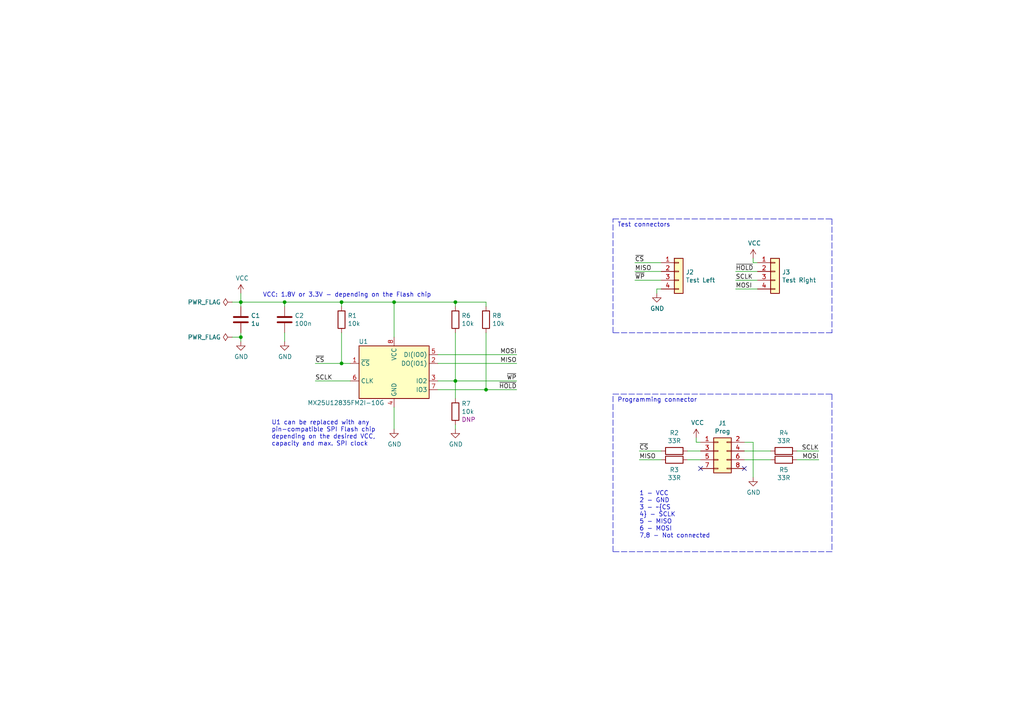
<source format=kicad_sch>
(kicad_sch (version 20211123) (generator eeschema)
  (paper "A4")
  (title_block (title "SPI Flash Breakout") (date "2022-04-03") (rev "A") (company "Michal Potrzebicz"))
  (lib_symbols
    (symbol "Connector_Generic:Conn_01x04" (pin_names (offset 1.016) hide)
      (property "Reference" "J" (at 0 5.08 0))
      (property "Value" "Conn_01x04" (at 0 -7.62 0))
      (symbol "Conn_01x04_1_1"
        (rectangle (start -1.27 -4.953) (end 0 -5.207) (stroke (width 0.1524)))
        (rectangle (start -1.27 -2.413) (end 0 -2.667) (stroke (width 0.1524)))
        (rectangle (start -1.27 0.127) (end 0 -0.127) (stroke (width 0.1524)))
        (rectangle (start -1.27 2.667) (end 0 2.413) (stroke (width 0.1524)))
        (rectangle (start -1.27 3.81) (end 1.27 -6.35) (stroke (width 0.254)) (fill (type background)))
        (pin passive line (at -5.08 2.54 0) (length 3.81) (name "Pin_1") (number "1"))
        (pin passive line (at -5.08 0 0) (length 3.81) (name "Pin_2") (number "2"))
        (pin passive line (at -5.08 -2.54 0) (length 3.81) (name "Pin_3") (number "3"))
        (pin passive line (at -5.08 -5.08 0) (length 3.81) (name "Pin_4") (number "4"))
      )
    )
    (symbol "Connector_Generic:Conn_02x04_Odd_Even" (pin_names (offset 1.016) hide)
      (property "Reference" "J" (at 1.27 5.08 0))
      (property "Value" "Conn_02x04_Odd_Even" (at 1.27 -7.62 0))
      (symbol "Conn_02x04_Odd_Even_1_1"
        (rectangle (start -1.27 -4.953) (end 0 -5.207) (stroke (width 0.1524)))
        (rectangle (start -1.27 -2.413) (end 0 -2.667) (stroke (width 0.1524)))
        (rectangle (start -1.27 0.127) (end 0 -0.127) (stroke (width 0.1524)))
        (rectangle (start -1.27 2.667) (end 0 2.413) (stroke (width 0.1524)))
        (rectangle (start -1.27 3.81) (end 3.81 -6.35) (stroke (width 0.254)) (fill (type background)))
        (rectangle (start 3.81 -4.953) (end 2.54 -5.207) (stroke (width 0.1524)))
        (rectangle (start 3.81 -2.413) (end 2.54 -2.667) (stroke (width 0.1524)))
        (rectangle (start 3.81 0.127) (end 2.54 -0.127) (stroke (width 0.1524)))
        (rectangle (start 3.81 2.667) (end 2.54 2.413) (stroke (width 0.1524)))
        (pin passive line (at -5.08 2.54 0) (length 3.81) (name "Pin_1") (number "1"))
        (pin passive line (at 7.62 2.54 180) (length 3.81) (name "Pin_2") (number "2"))
        (pin passive line (at -5.08 0 0) (length 3.81) (name "Pin_3") (number "3"))
        (pin passive line (at 7.62 0 180) (length 3.81) (name "Pin_4") (number "4"))
        (pin passive line (at -5.08 -2.54 0) (length 3.81) (name "Pin_5") (number "5"))
        (pin passive line (at 7.62 -2.54 180) (length 3.81) (name "Pin_6") (number "6"))
        (pin passive line (at -5.08 -5.08 0) (length 3.81) (name "Pin_7") (number "7"))
        (pin passive line (at 7.62 -5.08 180) (length 3.81) (name "Pin_8") (number "8"))
      )
    )
    (symbol "Device:C" (pin_numbers hide) (pin_names (offset 0.254))
      (property "Reference" "C" (at 0.635 2.54 0))
      (property "Value" "C" (at 0.635 -2.54 0))
      (symbol "C_0_1"
        (polyline (pts (xy -2.032 -0.762) (xy 2.032 -0.762)) (stroke (width 0.508)))
        (polyline (pts (xy -2.032 0.762) (xy 2.032 0.762)) (stroke (width 0.508)))
      )
      (symbol "C_1_1"
        (pin passive line (at 0 3.81 270) (length 2.794) (name "~") (number "1"))
        (pin passive line (at 0 -3.81 90) (length 2.794) (name "~") (number "2"))
      )
    )
    (symbol "Device:R" (pin_numbers hide) (pin_names (offset 0))
      (property "Reference" "R" (at 2.032 0 90))
      (property "Value" "R" (at 0 0 90))
      (symbol "R_0_1"
        (rectangle (start -1.016 -2.54) (end 1.016 2.54) (stroke (width 0.254)))
      )
      (symbol "R_1_1"
        (pin passive line (at 0 3.81 270) (length 1.27) (name "~") (number "1"))
        (pin passive line (at 0 -3.81 90) (length 1.27) (name "~") (number "2"))
      )
    )
    (symbol "Memory_Flash:W25Q128JVS"
      (property "Reference" "U" (at -8.89 8.89 0))
      (property "Value" "W25Q128JVS" (at 7.62 8.89 0))
      (symbol "W25Q128JVS_0_1"
        (rectangle (start -10.16 7.62) (end 10.16 -7.62) (stroke (width 0.254)) (fill (type background)))
      )
      (symbol "W25Q128JVS_1_1"
        (pin input line (at -12.7 2.54 0) (length 2.54) (name "~{CS}") (number "1"))
        (pin bidirectional line (at 12.7 2.54 180) (length 2.54) (name "DO(IO1)") (number "2"))
        (pin bidirectional line (at 12.7 -2.54 180) (length 2.54) (name "IO2") (number "3"))
        (pin power_in line (at 0 -10.16 90) (length 2.54) (name "GND") (number "4"))
        (pin bidirectional line (at 12.7 5.08 180) (length 2.54) (name "DI(IO0)") (number "5"))
        (pin input line (at -12.7 -2.54 0) (length 2.54) (name "CLK") (number "6"))
        (pin bidirectional line (at 12.7 -5.08 180) (length 2.54) (name "IO3") (number "7"))
        (pin power_in line (at 0 10.16 270) (length 2.54) (name "VCC") (number "8"))
      )
    )
    (symbol "power:GND" (power) (pin_names (offset 0))
      (property "Value" "GND" (at 0 -3.81 0))
      (symbol "GND_0_1"
        (polyline (pts (xy 0 0) (xy 0 -1.27) (xy 1.27 -1.27) (xy 0 -2.54) (xy -1.27 -1.27) (xy 0 -1.27)))
      )
      (symbol "GND_1_1"
        (pin power_in line (at 0 0 270) (length 0) hide (name "GND") (number "1"))
      )
    )
    (symbol "power:PWR_FLAG" (power) (pin_numbers hide) (pin_names (offset 0) hide)
      (property "Value" "PWR_FLAG" (at 0 3.81 0))
      (symbol "PWR_FLAG_0_0"
        (pin power_out line (at 0 0 90) (length 0) (name "pwr") (number "1"))
      )
      (symbol "PWR_FLAG_0_1"
        (polyline (pts (xy 0 0) (xy 0 1.27) (xy -1.016 1.905) (xy 0 2.54) (xy 1.016 1.905) (xy 0 1.27)))
      )
    )
    (symbol "power:VCC" (power) (pin_names (offset 0))
      (property "Value" "VCC" (at 0 3.81 0))
      (symbol "VCC_0_1"
        (polyline (pts (xy -0.762 1.27) (xy 0 2.54)))
        (polyline (pts (xy 0 0) (xy 0 2.54)))
        (polyline (pts (xy 0 2.54) (xy 0.762 1.27)))
      )
      (symbol "VCC_1_1"
        (pin power_in line (at 0 0 90) (length 0) hide (name "VCC") (number "1"))
      )
    )
  )
  (junction (at 132.08 87.63))
  (junction (at 69.85 97.79))
  (junction (at 114.3 87.63))
  (junction (at 132.08 110.49))
  (junction (at 140.97 113.03))
  (junction (at 99.06 105.41))
  (junction (at 69.85 87.63))
  (junction (at 82.55 87.63))
  (junction (at 99.06 87.63))
  (no_connect (at 215.9 135.89))
  (no_connect (at 203.2 135.89))
  (wire (pts (xy 140.97 113.03) (xy 140.97 96.52)))
  (wire (pts (xy 99.06 105.41) (xy 99.06 96.52)))
  (wire (pts (xy 140.97 88.9) (xy 140.97 87.63)))
  (wire (pts (xy 82.55 87.63) (xy 99.06 87.63)))
  (wire (pts (xy 101.6 110.49) (xy 91.44 110.49)))
  (wire (pts (xy 114.3 118.11) (xy 114.3 124.46)))
  (polyline (pts (xy 241.3 160.02) (xy 177.8 160.02)))
  (wire (pts (xy 132.08 115.57) (xy 132.08 110.49)))
  (wire (pts (xy 67.31 97.79) (xy 69.85 97.79)))
  (polyline (pts (xy 177.8 114.3) (xy 241.3 114.3)))
  (wire (pts (xy 127 105.41) (xy 149.86 105.41)))
  (wire (pts (xy 231.14 133.35) (xy 237.49 133.35)))
  (wire (pts (xy 69.85 87.63) (xy 82.55 87.63)))
  (wire (pts (xy 69.85 97.79) (xy 69.85 99.06)))
  (wire (pts (xy 191.77 81.28) (xy 184.15 81.28)))
  (wire (pts (xy 231.14 130.81) (xy 237.49 130.81)))
  (polyline (pts (xy 241.3 114.3) (xy 241.3 160.02)))
  (wire (pts (xy 191.77 83.82) (xy 190.5 83.82)))
  (polyline (pts (xy 241.3 96.52) (xy 177.8 96.52)))
  (wire (pts (xy 140.97 87.63) (xy 132.08 87.63)))
  (wire (pts (xy 132.08 88.9) (xy 132.08 87.63)))
  (wire (pts (xy 191.77 133.35) (xy 185.42 133.35)))
  (wire (pts (xy 101.6 105.41) (xy 99.06 105.41)))
  (wire (pts (xy 132.08 110.49) (xy 132.08 96.52)))
  (polyline (pts (xy 177.8 96.52) (xy 177.8 63.5)))
  (wire (pts (xy 201.93 128.27) (xy 201.93 127)))
  (wire (pts (xy 219.71 78.74) (xy 213.36 78.74)))
  (wire (pts (xy 219.71 81.28) (xy 213.36 81.28)))
  (wire (pts (xy 127 113.03) (xy 140.97 113.03)))
  (wire (pts (xy 114.3 87.63) (xy 114.3 97.79)))
  (wire (pts (xy 69.85 88.9) (xy 69.85 87.63)))
  (wire (pts (xy 127 102.87) (xy 149.86 102.87)))
  (wire (pts (xy 127 110.49) (xy 132.08 110.49)))
  (wire (pts (xy 67.31 87.63) (xy 69.85 87.63)))
  (wire (pts (xy 132.08 87.63) (xy 114.3 87.63)))
  (wire (pts (xy 132.08 123.19) (xy 132.08 124.46)))
  (wire (pts (xy 191.77 78.74) (xy 184.15 78.74)))
  (wire (pts (xy 99.06 87.63) (xy 114.3 87.63)))
  (wire (pts (xy 203.2 128.27) (xy 201.93 128.27)))
  (polyline (pts (xy 177.8 63.5) (xy 241.3 63.5)))
  (wire (pts (xy 199.39 133.35) (xy 203.2 133.35)))
  (wire (pts (xy 82.55 96.52) (xy 82.55 99.06)))
  (wire (pts (xy 215.9 133.35) (xy 223.52 133.35)))
  (wire (pts (xy 191.77 130.81) (xy 185.42 130.81)))
  (wire (pts (xy 219.71 76.2) (xy 218.44 76.2)))
  (wire (pts (xy 140.97 113.03) (xy 149.86 113.03)))
  (wire (pts (xy 215.9 130.81) (xy 223.52 130.81)))
  (wire (pts (xy 199.39 130.81) (xy 203.2 130.81)))
  (wire (pts (xy 82.55 88.9) (xy 82.55 87.63)))
  (wire (pts (xy 191.77 76.2) (xy 184.15 76.2)))
  (wire (pts (xy 99.06 88.9) (xy 99.06 87.63)))
  (wire (pts (xy 69.85 85.09) (xy 69.85 87.63)))
  (wire (pts (xy 219.71 83.82) (xy 213.36 83.82)))
  (polyline (pts (xy 177.8 160.02) (xy 177.8 114.3)))
  (wire (pts (xy 215.9 128.27) (xy 218.44 128.27)))
  (wire (pts (xy 69.85 96.52) (xy 69.85 97.79)))
  (wire (pts (xy 218.44 76.2) (xy 218.44 74.93)))
  (wire (pts (xy 132.08 110.49) (xy 149.86 110.49)))
  (polyline (pts (xy 241.3 63.5) (xy 241.3 96.52)))
  (wire (pts (xy 190.5 83.82) (xy 190.5 85.09)))
  (wire (pts (xy 99.06 105.41) (xy 91.44 105.41)))
  (wire (pts (xy 218.44 128.27) (xy 218.44 138.43)))
  (text "U1 can be replaced with any\npin-compatible SPI Flash chip\ndepending on the desired VCC,\ncapacity and max. SPI clock" (at 78.74 129.54 0) (effects (font (size 1.27 1.27)) (justify left bottom)))
  (text "VCC: 1.8V or 3.3V - depending on the Flash chip" (at 76.2 86.36 0) (effects (font (size 1.27 1.27)) (justify left bottom)))
  (text "1 - VCC\n2 - GND\n3 - ~{CS\n4} - SCLK\n5 - MISO\n6 - MOSI\n7,8 - Not connected " (at 185.42 156.21 0) (effects (font (size 1.27 1.27)) (justify left bottom)))
  (text "Test connectors" (at 179.07 66.04 0) (effects (font (size 1.27 1.27)) (justify left bottom)))
  (text "Programming connector" (at 179.07 116.84 0) (effects (font (size 1.27 1.27)) (justify left bottom)))
  (label "SCLK" (at 91.44 110.49 0))
  (label "MOSI" (at 237.49 133.35 180))
  (label "~{CS}" (at 185.42 130.81 0))
  (label "MOSI" (at 213.36 83.82 0))
  (label "~{WP}" (at 184.15 81.28 0))
  (label "MISO" (at 184.15 78.74 0))
  (label "MISO" (at 185.42 133.35 0))
  (label "~{CS}" (at 91.44 105.41 0))
  (label "MISO" (at 149.86 105.41 180))
  (label "~{CS}" (at 184.15 76.2 0))
  (label "SCLK" (at 237.49 130.81 180))
  (label "~{WP}" (at 149.86 110.49 180))
  (label "~{HOLD}" (at 213.36 78.74 0))
  (label "SCLK" (at 213.36 81.28 0))
  (label "~{HOLD}" (at 149.86 113.03 180))
  (label "MOSI" (at 149.86 102.87 180))
  (symbol (lib_id "Memory_Flash:W25Q128JVS") (at 114.3 107.95 0) (unit 1)
    (property "Reference" "U1" (at 105.41 99.06 0))
    (property "Value" "MX25U12835FM2I-10G" (at 100.33 116.84 0))
    (property "Footprint" "Package_SO:SOIC-8_5.23x5.23mm_P1.27mm" (effects hide))
    (property "Datasheet" "http://www.winbond.com/resource-files/w25q128jv_dtr%20revc%2003272018%20plus.pdf" (effects hide))
  )
  (symbol (lib_id "Connector_Generic:Conn_02x04_Odd_Even") (at 208.28 130.81 0) (unit 1)
    (property "Reference" "J1" (at 209.55 122.7582 0))
    (property "Value" "Prog" (at 209.55 125.0696 0))
    (property "Footprint" "Connector_PinHeader_2.54mm:PinHeader_2x04_P2.54mm_Vertical" (effects hide))
  )
  (symbol (lib_id "Device:C") (at 69.85 92.71 0) (unit 1)
    (property "Reference" "C1" (at 72.771 91.5416 0) (effects (justify left)))
    (property "Value" "1u" (at 72.771 93.853 0) (effects (justify left)))
    (property "Footprint" "Capacitor_SMD:C_0603_1608Metric" (effects hide))
  )
  (symbol (lib_id "Device:C") (at 82.55 92.71 0) (unit 1)
    (property "Reference" "C2" (at 85.471 91.5416 0) (effects (justify left)))
    (property "Value" "100n" (at 85.471 93.853 0) (effects (justify left)))
    (property "Footprint" "Capacitor_SMD:C_0603_1608Metric" (effects hide))
  )
  (symbol (lib_id "power:GND") (at 82.55 99.06 0) (unit 1)
    (property "Reference" "#PWR03" (effects hide))
    (property "Value" "GND" (at 82.677 103.4542 0))
  )
  (symbol (lib_id "power:GND") (at 114.3 124.46 0) (unit 1)
    (property "Reference" "#PWR05" (effects hide))
    (property "Value" "GND" (at 114.427 128.8542 0))
  )
  (symbol (lib_id "power:VCC") (at 69.85 85.09 0) (unit 1)
    (property "Reference" "#PWR01" (effects hide))
    (property "Value" "VCC" (at 70.231 80.6958 0))
  )
  (symbol (lib_id "power:GND") (at 69.85 99.06 0) (unit 1)
    (property "Reference" "#PWR02" (effects hide))
    (property "Value" "GND" (at 69.977 103.4542 0))
  )
  (symbol (lib_id "power:VCC") (at 201.93 127 0) (unit 1)
    (property "Reference" "#PWR04" (effects hide))
    (property "Value" "VCC" (at 202.311 122.6058 0))
  )
  (symbol (lib_id "power:GND") (at 218.44 138.43 0) (unit 1)
    (property "Reference" "#PWR06" (effects hide))
    (property "Value" "GND" (at 218.567 142.8242 0))
  )
  (symbol (lib_id "Device:R") (at 99.06 92.71 0) (unit 1)
    (property "Reference" "R1" (at 100.838 91.5416 0) (effects (justify left)))
    (property "Value" "10k" (at 100.838 93.853 0) (effects (justify left)))
    (property "Footprint" "Resistor_SMD:R_0603_1608Metric" (effects hide))
  )
  (symbol (lib_id "Device:R") (at 132.08 92.71 0) (unit 1)
    (property "Reference" "R6" (at 133.858 91.5416 0) (effects (justify left)))
    (property "Value" "10k" (at 133.858 93.853 0) (effects (justify left)))
    (property "Footprint" "Resistor_SMD:R_0603_1608Metric" (effects hide))
  )
  (symbol (lib_id "Device:R") (at 140.97 92.71 0) (unit 1)
    (property "Reference" "R8" (at 142.748 91.5416 0) (effects (justify left)))
    (property "Value" "10k" (at 142.748 93.853 0) (effects (justify left)))
    (property "Footprint" "Resistor_SMD:R_0603_1608Metric" (effects hide))
  )
  (symbol (lib_id "Device:R") (at 132.08 119.38 0) (unit 1)
    (property "Reference" "R7" (at 133.858 117.0686 0) (effects (justify left)))
    (property "Value" "10k" (at 133.858 119.38 0) (effects (justify left)))
    (property "Footprint" "Resistor_SMD:R_0603_1608Metric" (effects hide))
    (property "DNP" "DNP" (at 133.858 121.6914 0) (effects (justify left)))
  )
  (symbol (lib_id "power:GND") (at 132.08 124.46 0) (unit 1)
    (property "Reference" "#PWR07" (effects hide))
    (property "Value" "GND" (at 132.207 128.8542 0))
  )
  (symbol (lib_id "Device:R") (at 195.58 130.81 270) (unit 1)
    (property "Reference" "R2" (at 195.58 125.5522 90))
    (property "Value" "33R" (at 195.58 127.8636 90))
    (property "Footprint" "Resistor_SMD:R_0603_1608Metric" (effects hide))
  )
  (symbol (lib_id "Device:R") (at 195.58 133.35 270) (unit 1)
    (property "Reference" "R3" (at 195.58 136.271 90))
    (property "Value" "33R" (at 195.58 138.5824 90))
    (property "Footprint" "Resistor_SMD:R_0603_1608Metric" (effects hide))
  )
  (symbol (lib_id "Device:R") (at 227.33 130.81 270) (unit 1)
    (property "Reference" "R4" (at 227.33 125.5522 90))
    (property "Value" "33R" (at 227.33 127.8636 90))
    (property "Footprint" "Resistor_SMD:R_0603_1608Metric" (effects hide))
  )
  (symbol (lib_id "Device:R") (at 227.33 133.35 270) (unit 1)
    (property "Reference" "R5" (at 227.33 136.271 90))
    (property "Value" "33R" (at 227.33 138.5824 90))
    (property "Footprint" "Resistor_SMD:R_0603_1608Metric" (effects hide))
  )
  (symbol (lib_id "Connector_Generic:Conn_01x04") (at 196.85 78.74 0) (unit 1)
    (property "Reference" "J2" (at 198.882 78.9432 0) (effects (justify left)))
    (property "Value" "Test Left" (at 198.882 81.2546 0) (effects (justify left)))
    (property "Footprint" "Connector_PinHeader_2.54mm:PinHeader_1x04_P2.54mm_Vertical" (effects hide))
  )
  (symbol (lib_id "Connector_Generic:Conn_01x04") (at 224.79 78.74 0) (unit 1)
    (property "Reference" "J3" (at 226.822 78.9432 0) (effects (justify left)))
    (property "Value" "Test Right" (at 226.822 81.2546 0) (effects (justify left)))
    (property "Footprint" "Connector_PinHeader_2.54mm:PinHeader_1x04_P2.54mm_Vertical" (effects hide))
  )
  (symbol (lib_id "power:VCC") (at 218.44 74.93 0) (unit 1)
    (property "Reference" "#PWR09" (effects hide))
    (property "Value" "VCC" (at 218.821 70.5358 0))
  )
  (symbol (lib_id "power:GND") (at 190.5 85.09 0) (unit 1)
    (property "Reference" "#PWR08" (effects hide))
    (property "Value" "GND" (at 190.627 89.4842 0))
  )
  (symbol (lib_id "power:PWR_FLAG") (at 67.31 87.63 90) (unit 1)
    (property "Reference" "#FLG0101" (effects hide))
    (property "Value" "PWR_FLAG" (at 64.0842 87.63 90) (effects (justify left)))
  )
  (symbol (lib_id "power:PWR_FLAG") (at 67.31 97.79 90) (unit 1)
    (property "Reference" "#FLG0102" (effects hide))
    (property "Value" "PWR_FLAG" (at 64.0842 97.79 90) (effects (justify left)))
  )
)
</source>
